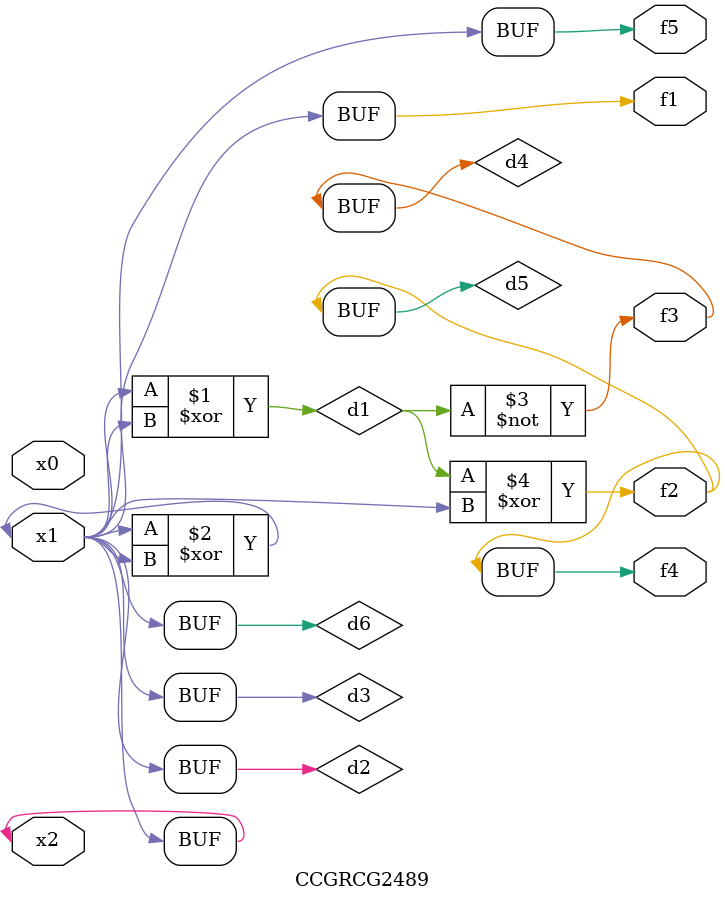
<source format=v>
module CCGRCG2489(
	input x0, x1, x2,
	output f1, f2, f3, f4, f5
);

	wire d1, d2, d3, d4, d5, d6;

	xor (d1, x1, x2);
	buf (d2, x1, x2);
	xor (d3, x1, x2);
	nor (d4, d1);
	xor (d5, d1, d2);
	buf (d6, d2, d3);
	assign f1 = d6;
	assign f2 = d5;
	assign f3 = d4;
	assign f4 = d5;
	assign f5 = d6;
endmodule

</source>
